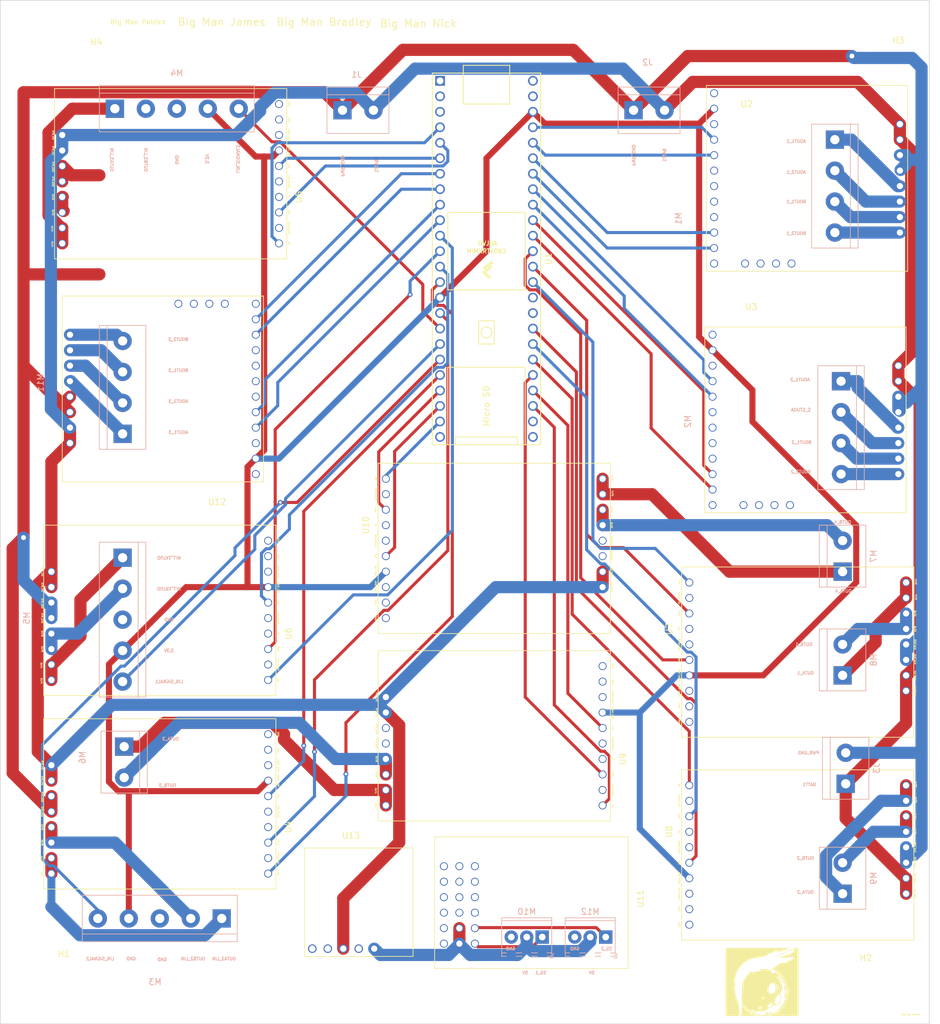
<source format=kicad_pcb>
(kicad_pcb (version 20211014) (generator pcbnew)
  (layers (0 "F.Cu" signal) (31 "B.Cu" signal) (34 "B.Paste" user) (35 "F.Paste" user) (36 "B.SilkS" user "B.Silkscreen") (37 "F.SilkS" user "F.Silkscreen") (38 "B.Mask" user) (39 "F.Mask" user) (44 "Edge.Cuts" user))
  (net 0 "")
  (net 1 "GND")
  (net 2 "STEP_1")
  (net 3 "DIR_1")
  (net 4 "SLEEP_1")
  (net 5 "RESET_1")
  (net 6 "STEP_2")
  (net 7 "DIR_2")
  (net 8 "SLEEP_2")
  (net 9 "RESET_2")
  (net 10 "INA_1")
  (net 11 "PWM_1")
  (net 12 "INB_1")
  (net 13 "INB_7")
  (net 14 "INA_7")
  (net 15 "PWM_7")
  (net 16 "LIN_SIGNAL3")
  (net 17 "PWM_2")
  (net 18 "INB_2")
  (net 19 "INA_3")
  (net 20 "PWM_3")
  (net 21 "INB_3")
  (net 22 "INA_4")
  (net 23 "INB_4")
  (net 24 "PWM_4")
  (net 25 "INB_6")
  (net 26 "INA_6")
  (net 27 "INB_5")
  (net 28 "INA_2")
  (net 29 "PWM_5")
  (net 30 "INA_5")
  (net 31 "LIN_SIGNAL2")
  (net 32 "LIN_SIGNAL1")
  (net 33 "PWM_6")
  (net 34 "BOUT2_1")
  (net 35 "Battery1_Positive24V")
  (net 36 "BOUT1_1")
  (net 37 "AOUT2_1")
  (net 38 "AOUT1_1")
  (net 39 "Battery_Neg")
  (net 40 "AOUT1_2")
  (net 41 "AOUT2_2")
  (net 42 "BOUT1_2")
  (net 43 "BOUT2_2")
  (net 44 "OUTB2_LIN")
  (net 45 "OUTA2_LIN")
  (net 46 "OUTA3_LIN")
  (net 47 "OUTB3_LIN")
  (net 48 "OUTA1_LIN")
  (net 49 "OUTB1_LIN")
  (net 50 "OUTB_1")
  (net 51 "OUTB_2")
  (net 52 "OUTB_3")
  (net 53 "OUTB_4")
  (net 54 "OUTA_3")
  (net 55 "OUTA_4")
  (net 56 "OUTA_1")
  (net 57 "OUTA_2")
  (net 58 "STEP_3")
  (net 59 "DIR_3")
  (net 60 "SLEEP_3")
  (net 61 "RESET_3")
  (net 62 "AOUT1_3")
  (net 63 "AOUT2_3")
  (net 64 "BOUT1_3")
  (net 65 "BOUT2_3")
  (net 66 "SS_1")
  (net 67 "SS_2")
  (net 68 "+5V")
  (net 69 "3.3V")
  (footprint "Custom Footprints:Teensy41" (layer "F.Cu") (at 519.43 347.218 -90)
    (fp_text reference "U1")
    (fp_text value "Teensy4.1")
  )
  (footprint "Custom Footprints:StepperMotorDriver" (layer "F.Cu") (at 562.864 359.664)
    (fp_text reference "U3")
    (fp_text value "36v4SMD")
  )
  (footprint "Custom Footprints:DCMotorDriver" (layer "F.Cu") (at 487.426 440.436 -90)
    (fp_text reference "U4")
    (fp_text value "VNH52019")
  )
  (footprint "Custom Footprints:DCMotorDriver" (layer "F.Cu") (at 489.204 337.058 -90)
    (fp_text reference "U5")
    (fp_text value "VNH52019")
  )
  (footprint "Custom Footprints:DCMotorDriver" (layer "F.Cu") (at 487.426 408.686 -90)
    (fp_text reference "U6")
    (fp_text value "VNH52019")
  )
  (footprint "Custom Footprints:DCMotorDriver" (layer "F.Cu") (at 548.894 407.924 90)
    (fp_text reference "U7")
    (fp_text value "VNH52019")
  )
  (footprint "Custom Footprints:DCMotorDriver" (layer "F.Cu") (at 548.894 441.198 90)
    (fp_text reference "U8")
    (fp_text value "VNH52019")
  )
  (footprint "Custom Footprints:DCMotorDriver" (layer "F.Cu") (at 542.29 429.26 -90)
    (fp_text reference "U9")
    (fp_text value "VNH52019")
  )
  (footprint "Custom Footprints:DCMotorDriver" (layer "F.Cu") (at 499.11 390.906 90)
    (fp_text reference "U10")
    (fp_text value "VNH52019")
  )
  (footprint "Custom Footprints:StepperMotorDriver" (layer "F.Cu") (at 563.118 320.04)
    (fp_text reference "U2")
    (fp_text value "36v4SMD")
  )
  (footprint "Custom Footprints:StepperMotorDriver" (layer "F.Cu") (at 475.234 382.524 180)
    (fp_text reference "U12")
    (fp_text value "36v4SMD")
  )
  (footprint "Custom Footprints:ServoMotorDriver" (layer "F.Cu") (at 545.215 452.18 -90)
    (fp_text reference "U11")
    (fp_text value "ServoDriver")
  )
  (footprint "Custom Footprints:D24V22F5" (layer "F.Cu") (at 497.205 441.325)
    (fp_text reference "U13")
    (fp_text value "D24V22F5")
  )
  (footprint "MountingHole:MountingHole_3.2mm_M3" (layer "F.Cu") (at 450.088 466.09)
    (fp_text reference "H1")
    (fp_text value "MountingHole")
  )
  (footprint "MountingHole:MountingHole_3.2mm_M3" (layer "F.Cu") (at 581.66 466.09)
    (fp_text reference "H2")
    (fp_text value "MountingHole")
  )
  (footprint "MountingHole:MountingHole_3.2mm_M3" (layer "F.Cu") (at 581.66 311.404)
    (fp_text reference "H3")
    (fp_text value "MountingHole")
  )
  (footprint "MountingHole:MountingHole_3.2mm_M3" (layer "F.Cu") (at 450.088 311.404)
    (fp_text reference "H4")
    (fp_text value "MountingHole")
  )
  (footprint "Custom Footprints:Aggreggator" (layer "F.Cu") (at 564.642 465.836)
    (fp_text reference "G***" hide)
    (fp_text value "LOGO" hide)
  )
  (footprint "TerminalBlock:TerminalBlock_bornier-2_P5.08mm" (layer "B.Cu") (at 578.358 433.324 90)
    (fp_text reference "J3")
    (fp_text value "Intel_Buck_Converter_Input")
  )
  (footprint "TerminalBlock:TerminalBlock_bornier-4_P5.08mm" (layer "B.Cu") (at 576.58 327.66 -90)
    (fp_text reference "M1")
    (fp_text value "Stepper_Motor_bipolar")
  )
  (footprint "TerminalBlock:TerminalBlock_bornier-4_P5.08mm" (layer "B.Cu") (at 577.596 367.284 -90)
    (fp_text reference "M2")
    (fp_text value "Stepper_Motor_bipolar")
  )
  (footprint "TerminalBlock:TerminalBlock_bornier-5_P5.08mm" (layer "B.Cu") (at 475.996 455.422 180)
    (fp_text reference "M3")
    (fp_text value "LinActuator12V")
  )
  (footprint "TerminalBlock:TerminalBlock_bornier-5_P5.08mm" (layer "B.Cu") (at 458.47 322.58)
    (fp_text reference "M4")
    (fp_text value "LinActuator12V")
  )
  (footprint "TerminalBlock:TerminalBlock_bornier-5_P5.08mm" (layer "B.Cu") (at 459.74 396.24 -90)
    (fp_text reference "M5")
    (fp_text value "LinActuator12V")
  )
  (footprint "TerminalBlock:TerminalBlock_bornier-2_P5.08mm" (layer "B.Cu") (at 459.994 427.228 -90)
    (fp_text reference "M6")
    (fp_text value "Motor_DC")
  )
  (footprint "TerminalBlock:TerminalBlock_bornier-2_P5.08mm" (layer "B.Cu") (at 577.85 398.526 90)
    (fp_text reference "M7")
    (fp_text value "Motor_DC")
  )
  (footprint "TerminalBlock:TerminalBlock_bornier-2_P5.08mm" (layer "B.Cu") (at 577.85 415.544 90)
    (fp_text reference "M8")
    (fp_text value "Motor_DC")
  )
  (footprint "TerminalBlock:TerminalBlock_bornier-2_P5.08mm" (layer "B.Cu") (at 577.85 451.358 90)
    (fp_text reference "M9")
    (fp_text value "Motor_DC")
  )
  (footprint "TerminalBlock:TerminalBlock_bornier-4_P5.08mm" (layer "B.Cu") (at 459.74 375.92 90)
    (fp_text reference "M11")
    (fp_text value "Stepper_Motor_bipolar")
  )
  (footprint "TerminalBlock:TerminalBlock_bornier-2_P5.08mm" (layer "B.Cu") (at 495.808 322.834)
    (fp_text reference "J1")
    (fp_text value "WattMeter1_Output")
  )
  (footprint "TerminalBlock:TerminalBlock_bornier-2_P5.08mm" (layer "B.Cu") (at 543.56 322.834)
    (fp_text reference "J2")
    (fp_text value "WattMeter2_Output")
  )
  (footprint "Custom Footprints:TerminalBlock_2.54_1x03_P2.54mm_Horizontal" (layer "B.Cu") (at 528.574 458.47 180)
    (fp_text reference "M10")
    (fp_text value "Motor_Servo")
  )
  (footprint "Custom Footprints:TerminalBlock_2.54_1x03_P2.54mm_Horizontal" (layer "B.Cu") (at 538.988 458.47 180)
    (fp_text reference "M12")
    (fp_text value "Motor_Servo")
  )
  (gr_line (start 439.674 472.694) (end 439.674 304.8) (layer "Edge.Cuts") (width 0.1))
  (gr_line (start 592.074 304.8) (end 592.074 472.694) (layer "Edge.Cuts") (width 0.1))
  (gr_line (start 439.674 304.8) (end 592.074 304.8) (layer "Edge.Cuts") (width 0.1))
  (gr_line (start 592.074 472.694) (end 439.674 472.694) (layer "Edge.Cuts") (width 0.1))
  (gr_text "BOUT2_3" (at 468.884 360.426) (layer "B.SilkS") (effects (font (size 0.5 0.5) (thickness 0.12)) (justify mirror)))
  (gr_text "BOUT1_1" (at 570.23 337.82) (layer "B.SilkS") (effects (font (size 0.5 0.5) (thickness 0.12)) (justify mirror)))
  (gr_text "AOUT2_1" (at 570.23 332.994) (layer "B.SilkS") (effects (font (size 0.5 0.5) (thickness 0.12)) (justify mirror)))
  (gr_text "BOUT2_1" (at 570.23 343.027) (layer "B.SilkS") (effects (font (size 0.5 0.5) (thickness 0.12)) (justify mirror)))
  (gr_text "AOUT1_1\n" (at 570.23 327.914) (layer "B.SilkS") (effects (font (size 0.5 0.5) (thickness 0.12)) (justify mirror)))
  (gr_text "AOUT1_2\n" (at 570.865 367.03) (layer "B.SilkS") (effects (font (size 0.5 0.5) (thickness 0.12)) (justify mirror)))
  (gr_text "BOUT2_2" (at 570.992 382.143) (layer "B.SilkS") (effects (font (size 0.5 0.5) (thickness 0.12)) (justify mirror)))
  (gr_text "AOUT2_2" (at 570.992 371.983) (layer "B.SilkS") (effects (font (size 0.5 0.5) (thickness 0.12))))
  (gr_text "BOUT1_2" (at 571.119 377.317) (layer "B.SilkS") (effects (font (size 0.5 0.5) (thickness 0.12)) (justify mirror)))
  (gr_text "BATT1" (at 501.396 331.978 90) (layer "B.SilkS") (effects (font (size 0.5 0.5) (thickness 0.12)) (justify mirror)))
  (gr_text "OUTB2_LIN" (at 471.297 462.026) (layer "B.SilkS") (effects (font (size 0.5 0.5) (thickness 0.12)) (justify mirror)))
  (gr_text "LIN_SIGNAL2" (at 456.057 462.026) (layer "B.SilkS") (effects (font (size 0.5 0.5) (thickness 0.12)) (justify mirror)))
  (gr_text "SS_2" (at 539.115 460.375) (layer "B.SilkS") (effects (font (size 0.5 0.5) (thickness 0.12)) (justify mirror)))
  (gr_text "GND" (at 468.63 330.962 270) (layer "B.SilkS") (effects (font (size 0.5 0.5) (thickness 0.12)) (justify mirror)))
  (gr_text "PWR_GND" (at 495.808 331.978 270) (layer "B.SilkS") (effects (font (size 0.5 0.5) (thickness 0.12)) (justify mirror)))
  (gr_text "BATT1" (at 572.389 433.451) (layer "B.SilkS") (effects (font (size 0.5 0.5) (thickness 0.12)) (justify mirror)))
  (gr_text "AOUT2_3" (at 468.884 370.586) (layer "B.SilkS") (effects (font (size 0.5 0.5) (thickness 0.12)) (justify mirror)))
  (gr_text "PWR_GND" (at 572.262 428.244) (layer "B.SilkS") (effects (font (size 0.5 0.5) (thickness 0.12)) (justify mirror)))
  (gr_text "BOUT1_3" (at 468.884 365.506) (layer "B.SilkS") (effects (font (size 0.5 0.5) (thickness 0.12)) (justify mirror)))
  (gr_text "OUTA1_LIN" (at 467.36 396.24 180) (layer "B.SilkS") (effects (font (size 0.5 0.5) (thickness 0.12)) (justify mirror)))
  (gr_text "GND" (at 466.217 462.153) (layer "B.SilkS") (effects (font (size 0.5 0.5) (thickness 0.12)) (justify mirror)))
  (gr_text "GND" (at 461.137 462.026) (layer "B.SilkS") (effects (font (size 0.5 0.5) (thickness 0.12)) (justify mirror)))
  (gr_text "OUTA_1" (at 571.754 415.163) (layer "B.SilkS") (effects (font (size 0.5 0.5) (thickness 0.12)) (justify mirror)))
  (gr_text "LIN_SIGNAL3" (at 478.663 330.835 270) (layer "B.SilkS") (effects (font (size 0.5 0.5) (thickness 0.12)) (justify mirror)))
  (gr_text "OUTA2_LIN" (at 476.377 462.026) (layer "B.SilkS") (effects (font (size 0.5 0.5) (thickness 0.12)) (justify mirror)))
  (gr_text "OUTA_4" (at 577.977 401.701) (layer "B.SilkS") (effects (font (size 0.5 0.5) (thickness 0.12)) (justify mirror)))
  (gr_text "OUTA_3" (at 467.614 425.958) (layer "B.SilkS") (effects (font (size 0.5 0.5) (thickness 0.12)) (justify mirror)))
  (gr_text "5V" (at 525.78 464.312) (layer "B.SilkS") (effects (font (size 0.5 0.5) (thickness 0.12)) (justify mirror)))
  (gr_text "BATT1" (at 548.64 330.2 90) (layer "B.SilkS") (effects (font (size 0.5 0.5) (thickness 0.12)) (justify mirror)))
  (gr_text "OUTA3_LIN" (at 457.962 330.962 270) (layer "B.SilkS") (effects (font (size 0.5 0.5) (thickness 0.12)) (justify mirror)))
  (gr_text "OUTB_2" (at 571.754 445.516) (layer "B.SilkS") (effects (font (size 0.5 0.5) (thickness 0.12)) (justify mirror)))
  (gr_text "GND" (at 467.36 406.4) (layer "B.SilkS") (effects (font (size 0.5 0.5) (thickness 0.12)) (justify mirror)))
  (gr_text "LIN_SIGNAL1" (at 467.36 416.56) (layer "B.SilkS") (effects (font (size 0.5 0.5) (thickness 0.12)) (justify mirror)))
  (gr_text "GND" (at 523.367 460.375) (layer "B.SilkS") (effects (font (size 0.5 0.5) (thickness 0.12)) (justify mirror)))
  (gr_text "OUTB_4" (at 577.85 390.398) (layer "B.SilkS") (effects (font (size 0.5 0.5) (thickness 0.12)) (justify mirror)))
  (gr_text "SS_1" (at 528.32 464.312) (layer "B.SilkS") (effects (font (size 0.5 0.5) (thickness 0.12)) (justify mirror)))
  (gr_text "OUTB3_LIN" (at 463.55 330.962 270) (layer "B.SilkS") (effects (font (size 0.5 0.5) (thickness 0.12)) (justify mirror)))
  (gr_text "PWR_GND" (at 543.56 330.2 270) (layer "B.SilkS") (effects (font (size 0.5 0.5) (thickness 0.12)) (justify mirror)))
  (gr_text "3.3V" (at 467.36 411.48) (layer "B.SilkS") (effects (font (size 0.5 0.5) (thickness 0.12)) (justify mirror)))
  (gr_text "OUTB1_LIN" (at 467.36 401.32 180) (layer "B.SilkS") (effects (font (size 0.5 0.5) (thickness 0.12)) (justify mirror)))
  (gr_text "5V" (at 536.702 464.312) (layer "B.SilkS") (effects (font (size 0.5 0.5) (thickness 0.12)) (justify mirror)))
  (gr_text "AOUT1_3" (at 468.884 375.666) (layer "B.SilkS") (effects (font (size 0.5 0.5) (thickness 0.12)) (justify mirror)))
  (gr_text "OUTA_2" (at 571.754 451.104) (layer "B.SilkS") (effects (font (size 0.5 0.5) (thickness 0.12)) (justify mirror)))
  (gr_text "GND" (at 533.908 460.375) (layer "B.SilkS") (effects (font (size 0.5 0.5) (thickness 0.12)) (justify mirror)))
  (gr_text "OUTB_1" (at 571.5 410.464) (layer "B.SilkS") (effects (font (size 0.5 0.5) (thickness 0.12)) (justify mirror)))
  (gr_text "OUTB_3" (at 467.106 433.578) (layer "B.SilkS") (effects (font (size 0.5 0.5) (thickness 0.12)) (justify mirror)))
  (gr_text "3.3V" (at 473.583 330.835 270) (layer "B.SilkS") (effects (font (size 0.5 0.5) (thickness 0.12)) (justify mirror)))
  (gr_text "Big Man Sophia" (at 589.026 471.17) (layer "F.SilkS") (effects (font (size 0.25 0.25) (thickness 0.0625))))
  (gr_text "Big Man Bradley" (at 492.76 308.356) (layer "F.SilkS") (effects (font (size 1.25 1.25))))
  (gr_text "Big Man James" (at 475.996 308.356) (layer "F.SilkS") (effects (font (size 1.25 1.25))))
  (gr_text "Big Man Patrick" (at 462.28 308.356) (layer "F.SilkS") (effects (font (size 0.75 0.75) (thickness 0.125))))
  (gr_text "Big Man Nick" (at 508.254 308.61) (layer "F.SilkS") (effects (font (size 1.25 1.25))))
  (segment (start 554.736 325.628) (end 556.768 327.66) (width 0.5) (layer "B.Cu") (net 2))
  (segment (start 527.05 325.628) (end 554.736 325.628) (width 0.5) (layer "B.Cu") (net 2))
  (segment (start 529.082 330.2) (end 556.768 330.2) (width 0.5) (layer "B.Cu") (net 3))
  (segment (start 527.05 328.168) (end 529.082 330.2) (width 0.5) (layer "B.Cu") (net 3))
  (segment (start 539.242 342.9) (end 556.768 342.9) (width 0.5) (layer "B.Cu") (net 4))
  (segment (start 527.05 330.708) (end 539.242 342.9) (width 0.5) (layer "B.Cu") (net 4))
  (segment (start 539.242 345.44) (end 556.768 345.44) (width 0.5) (layer "B.Cu") (net 5))
  (segment (start 527.05 333.248) (end 539.242 345.44) (width 0.5) (layer "B.Cu") (net 5))
  (segment (start 555.074 365.844) (end 556.514 367.284) (width 0.5) (layer "B.Cu") (net 6))
  (segment (start 555.074 363.812) (end 555.074 365.844) (width 0.5) (layer "B.Cu") (net 6))
  (segment (start 527.05 335.788) (end 555.074 363.812) (width 0.5) (layer "B.Cu") (net 6))
  (segment (start 527.05 338.328) (end 542.026 353.304) (width 0.5) (layer "B.Cu") (net 7))
  (segment (start 542.026 353.304) (end 542.026 355.336) (width 0.5) (layer "B.Cu") (net 7))
  (segment (start 542.026 355.336) (end 556.514 369.824) (width 0.5) (layer "B.Cu") (net 7))
  (segment (start 555.074 381.084) (end 556.514 382.524) (width 0.5) (layer "F.Cu") (net 8))
  (segment (start 527.05 340.868) (end 555.074 368.892) (width 0.5) (layer "F.Cu") (net 8))
  (segment (start 555.074 368.892) (end 555.074 381.084) (width 0.5) (layer "F.Cu") (net 8))
  (segment (start 546.437 362.795) (end 546.437 374.987) (width 0.5) (layer "F.Cu") (net 9))
  (segment (start 527.05 343.408) (end 546.437 362.795) (width 0.5) (layer "F.Cu") (net 9))
  (segment (start 546.437 374.987) (end 556.514 385.064) (width 0.5) (layer "F.Cu") (net 9))
  (segment (start 536.89 393.416) (end 538.19 394.716) (width 0.5) (layer "B.Cu") (net 10))
  (segment (start 547.116 394.716) (end 552.704 400.304) (width 0.5) (layer "B.Cu") (net 10))
  (segment (start 536.89 360.868) (end 536.89 393.416) (width 0.5) (layer "B.Cu") (net 10))
  (segment (start 538.19 394.716) (end 547.116 394.716) (width 0.5) (layer "B.Cu") (net 10))
  (segment (start 527.05 351.028) (end 536.89 360.868) (width 0.5) (layer "B.Cu") (net 10))
  (segment (start 541.899 394.579) (end 552.704 405.384) (width 0.5) (layer "F.Cu") (net 11))
  (segment (start 538.055 394.579) (end 541.899 394.579) (width 0.5) (layer "F.Cu") (net 11))
  (segment (start 527.05 348.488) (end 535.866 357.304) (width 0.5) (layer "F.Cu") (net 11))
  (segment (start 535.866 392.39) (end 538.055 394.579) (width 0.5) (layer "F.Cu") (net 11))
  (segment (start 535.866 357.304) (end 535.866 392.39) (width 0.5) (layer "F.Cu") (net 11))
  (segment (start 527.05 345.948) (end 525.781 347.217) (width 0.5) (layer "F.Cu") (net 12))
  (segment (start 534.883 359.548) (end 534.883 399.527) (width 0.5) (layer "F.Cu") (net 12))
  (segment (start 525.781 351.558) (end 526.522 352.298) (width 0.5) (layer "F.Cu") (net 12))
  (segment (start 534.883 399.527) (end 548.36 413.004) (width 0.5) (layer "F.Cu") (net 12))
  (segment (start 548.36 413.004) (end 552.704 413.004) (width 0.5) (layer "F.Cu") (net 12))
  (segment (start 525.781 347.217) (end 525.781 351.558) (width 0.5) (layer "F.Cu") (net 12))
  (segment (start 526.522 352.298) (end 527.633 352.298) (width 0.5) (layer "F.Cu") (net 12))
  (segment (start 527.633 352.298) (end 534.883 359.548) (width 0.5) (layer "F.Cu") (net 12))
  (segment (start 511.81 330.708) (end 486.664 330.708) (width 0.5) (layer "B.Cu") (net 13))
  (segment (start 486.664 330.708) (end 485.394 331.978) (width 0.5) (layer "B.Cu") (net 13))
  (segment (start 511.81 325.628) (end 509.27 328.168) (width 0.5) (layer "B.Cu") (net 14))
  (segment (start 485.108 328.168) (end 484.243 329.033) (width 0.5) (layer "B.Cu") (net 14))
  (segment (start 484.243 329.033) (end 484.243 343.527) (width 0.5) (layer "B.Cu") (net 14))
  (segment (start 484.243 343.527) (end 485.394 344.678) (width 0.5) (layer "B.Cu") (net 14))
  (segment (start 509.27 328.168) (end 485.108 328.168) (width 0.5) (layer "B.Cu") (net 14))
  (segment (start 513.09 331.205) (end 512.317 331.978) (width 0.5) (layer "B.Cu") (net 15))
  (segment (start 512.317 331.978) (end 493.014 331.978) (width 0.5) (layer "B.Cu") (net 15))
  (segment (start 511.81 328.168) (end 513.09 329.448) (width 0.5) (layer "B.Cu") (net 15))
  (segment (start 513.09 329.448) (end 513.09 331.205) (width 0.5) (layer "B.Cu") (net 15))
  (segment (start 493.014 331.978) (end 485.394 339.598) (width 0.5) (layer "B.Cu") (net 15))
  (segment (start 484.223 328.013) (end 485.573 328.013) (width 0.5) (layer "F.Cu") (net 16))
  (segment (start 478.79 322.58) (end 484.223 328.013) (width 0.5) (layer "F.Cu") (net 16))
  (segment (start 508.985 351.424) (end 508.985 355.823) (width 0.5) (layer "F.Cu") (net 16))
  (segment (start 508.985 355.823) (end 511.81 358.648) (width 0.5) (layer "F.Cu") (net 16))
  (segment (start 485.573 328.013) (end 508.985 351.424) (width 0.5) (layer "F.Cu") (net 16))
  (segment (start 527.05 361.188) (end 535.856 369.994) (width 0.5) (layer "B.Cu") (net 17))
  (segment (start 535.856 394.931) (end 538.181 397.256) (width 0.5) (layer "B.Cu") (net 17))
  (segment (start 552.391 411.734) (end 553.012 411.734) (width 0.5) (layer "B.Cu") (net 17))
  (segment (start 553.808 412.53) (end 553.808 437.554) (width 0.5) (layer "B.Cu") (net 17))
  (segment (start 553.808 437.554) (end 552.704 438.658) (width 0.5) (layer "B.Cu") (net 17))
  (segment (start 553.012 411.734) (end 553.808 412.53) (width 0.5) (layer "B.Cu") (net 17))
  (segment (start 535.856 369.994) (end 535.856 394.931) (width 0.5) (layer "B.Cu") (net 17))
  (segment (start 538.181 397.256) (end 538.793 397.256) (width 0.5) (layer "B.Cu") (net 17))
  (segment (start 548.935 408.278) (end 552.391 411.734) (width 0.5) (layer "B.Cu") (net 17))
  (segment (start 538.793 397.256) (end 548.935 407.398) (width 0.5) (layer "B.Cu") (net 17))
  (segment (start 548.935 407.398) (end 548.935 408.278) (width 0.5) (layer "B.Cu") (net 17))
  (segment (start 553.806 420.153) (end 553.806 445.176) (width 0.5) (layer "F.Cu") (net 18))
  (segment (start 553.007 419.354) (end 553.806 420.153) (width 0.5) (layer "F.Cu") (net 18))
  (segment (start 552.386 419.354) (end 553.007 419.354) (width 0.5) (layer "F.Cu") (net 18))
  (segment (start 534.182 401.15) (end 552.386 419.354) (width 0.5) (layer "F.Cu") (net 18))
  (segment (start 527.05 358.648) (end 534.182 365.78) (width 0.5) (layer "F.Cu") (net 18))
  (segment (start 534.182 365.78) (end 534.182 401.15) (width 0.5) (layer "F.Cu") (net 18))
  (segment (start 553.806 445.176) (end 552.704 446.278) (width 0.5) (layer "F.Cu") (net 18))
  (segment (start 539.582 428.789) (end 539.582 435.778) (width 0.5) (layer "F.Cu") (net 19))
  (segment (start 527.05 371.348) (end 530.555 374.853) (width 0.5) (layer "F.Cu") (net 19))
  (segment (start 538.783 427.99) (end 539.582 428.789) (width 0.5) (layer "F.Cu") (net 19))
  (segment (start 538.163 427.99) (end 538.783 427.99) (width 0.5) (layer "F.Cu") (net 19))
  (segment (start 530.555 374.853) (end 530.555 420.382) (width 0.5) (layer "F.Cu") (net 19))
  (segment (start 530.555 420.382) (end 538.163 427.99) (width 0.5) (layer "F.Cu") (net 19))
  (segment (start 539.582 435.778) (end 538.48 436.88) (width 0.5) (layer "F.Cu") (net 19))
  (segment (start 525.783 419.103) (end 538.48 431.8) (width 0.5) (layer "F.Cu") (net 20))
  (segment (start 527.05 366.268) (end 525.783 367.535) (width 0.5) (layer "F.Cu") (net 20))
  (segment (start 525.783 367.535) (end 525.783 419.103) (width 0.5) (layer "F.Cu") (net 20))
  (segment (start 532.782 418.482) (end 538.48 424.18) (width 0.5) (layer "F.Cu") (net 21))
  (segment (start 527.05 368.808) (end 532.782 374.54) (width 0.5) (layer "F.Cu") (net 21))
  (segment (start 532.782 374.54) (end 532.782 418.482) (width 0.5) (layer "F.Cu") (net 21))
  (segment (start 502.92 382.778) (end 502.92 383.286) (width 0.5) (layer "B.Cu") (net 22))
  (segment (start 511.81 373.888) (end 502.92 382.778) (width 0.5) (layer "B.Cu") (net 22))
  (segment (start 504.36 394.546) (end 502.92 395.986) (width 0.5) (layer "F.Cu") (net 23))
  (segment (start 504.36 378.798) (end 504.36 394.546) (width 0.5) (layer "F.Cu") (net 23))
  (segment (start 511.81 371.348) (end 504.36 378.798) (width 0.5) (layer "F.Cu") (net 23))
  (segment (start 501.75 387.196) (end 502.92 388.366) (width 0.5) (layer "F.Cu") (net 24))
  (segment (start 501.75 378.868) (end 501.75 387.196) (width 0.5) (layer "F.Cu") (net 24))
  (segment (start 511.81 368.808) (end 501.75 378.868) (width 0.5) (layer "F.Cu") (net 24))
  (segment (start 489.455 388.623) (end 489.455 427.076) (width 0.5) (layer "F.Cu") (net 25))
  (segment (start 511.81 366.268) (end 489.455 388.623) (width 0.5) (layer "F.Cu") (net 25))
  (via (at 489.455 427.076) (size 0.8) (drill 0.4) (layers "F.Cu" "B.Cu") (net 25))
  (segment (start 489.455 429.517) (end 483.616 435.356) (width 0.5) (layer "B.Cu") (net 25))
  (segment (start 489.455 427.076) (end 489.455 429.517) (width 0.5) (layer "B.Cu") (net 25))
  (segment (start 513.821 356.289) (end 513.821 405.862) (width 0.5) (layer "F.Cu") (net 26))
  (segment (start 511.81 351.028) (end 510.549 352.289) (width 0.5) (layer "F.Cu") (net 26))
  (segment (start 510.549 354.079) (end 511.307 354.838) (width 0.5) (layer "F.Cu") (net 26))
  (segment (start 510.549 352.289) (end 510.549 354.079) (width 0.5) (layer "F.Cu") (net 26))
  (segment (start 513.821 405.862) (end 496.376 423.307) (width 0.5) (layer "F.Cu") (net 26))
  (segment (start 496.376 423.307) (end 496.376 431.736) (width 0.5) (layer "F.Cu") (net 26))
  (segment (start 512.37 354.838) (end 513.821 356.289) (width 0.5) (layer "F.Cu") (net 26))
  (segment (start 511.307 354.838) (end 512.37 354.838) (width 0.5) (layer "F.Cu") (net 26))
  (via (at 496.376 431.736) (size 0.8) (drill 0.4) (layers "F.Cu" "B.Cu") (net 26))
  (segment (start 496.376 431.736) (end 496.376 435.296) (width 0.5) (layer "B.Cu") (net 26))
  (segment (start 496.376 435.296) (end 483.616 448.056) (width 0.5) (layer "B.Cu") (net 26))
  (segment (start 487.104 389.205) (end 487.104 391.548) (width 0.5) (layer "B.Cu") (net 27))
  (segment (start 483.255 394.775) (end 482.514 395.517) (width 0.5) (layer "B.Cu") (net 27))
  (segment (start 487.104 391.548) (end 483.878 394.775) (width 0.5) (layer "B.Cu") (net 27))
  (segment (start 482.514 395.517) (end 482.514 402.504) (width 0.5) (layer "B.Cu") (net 27))
  (segment (start 511.312 364.998) (end 487.104 389.205) (width 0.5) (layer "B.Cu") (net 27))
  (segment (start 511.81 348.488) (end 513.079 349.757) (width 0.5) (layer "B.Cu") (net 27))
  (segment (start 482.514 402.504) (end 483.616 403.606) (width 0.5) (layer "B.Cu") (net 27))
  (segment (start 512.348 364.998) (end 511.312 364.998) (width 0.5) (layer "B.Cu") (net 27))
  (segment (start 513.079 349.757) (end 513.079 364.267) (width 0.5) (layer "B.Cu") (net 27))
  (segment (start 483.878 394.775) (end 483.255 394.775) (width 0.5) (layer "B.Cu") (net 27))
  (segment (start 513.079 364.267) (end 512.348 364.998) (width 0.5) (layer "B.Cu") (net 27))
  (segment (start 533.482 370.16) (end 533.482 405.498) (width 0.5) (layer "F.Cu") (net 28))
  (segment (start 527.05 363.728) (end 533.482 370.16) (width 0.5) (layer "F.Cu") (net 28))
  (segment (start 533.482 405.498) (end 552.704 424.72) (width 0.5) (layer "F.Cu") (net 28))
  (segment (start 552.704 424.72) (end 552.704 433.578) (width 0.5) (layer "F.Cu") (net 28))
  (segment (start 484.767 375.207) (end 484.767 410.075) (width 0.5) (layer "F.Cu") (net 29))
  (segment (start 506.899 353.075) (end 484.767 375.207) (width 0.5) (layer "F.Cu") (net 29))
  (segment (start 484.767 410.075) (end 483.616 411.226) (width 0.5) (layer "F.Cu") (net 29))
  (via (at 506.899 353.075) (size 0.8) (drill 0.4) (layers "F.Cu" "B.Cu") (net 29))
  (segment (start 506.899 350.859) (end 506.899 353.075) (width 0.5) (layer "B.Cu") (net 29))
  (segment (start 511.81 345.948) (end 506.899 350.859) (width 0.5) (layer "B.Cu") (net 29))
  (segment (start 511.81 343.408) (end 513.823 345.421) (width 0.5) (layer "B.Cu") (net 30))
  (segment (start 513.823 391.734) (end 503.221 402.336) (width 0.5) (layer "B.Cu") (net 30))
  (segment (start 497.586 402.336) (end 483.616 416.306) (width 0.5) (layer "B.Cu") (net 30))
  (segment (start 513.823 345.421) (end 513.823 391.734) (width 0.5) (layer "B.Cu") (net 30))
  (segment (start 503.221 402.336) (end 497.586 402.336) (width 0.5) (layer "B.Cu") (net 30))
  (segment (start 488.361 387.177) (end 511.81 363.728) (width 0.5) (layer "F.Cu") (net 31))
  (segment (start 485.618 387.177) (end 488.361 387.177) (width 0.5) (layer "F.Cu") (net 31))
  (via (at 485.618 387.177) (size 0.8) (drill 0.4) (layers "F.Cu" "B.Cu") (net 31))
  (segment (start 447.731 446.786) (end 446.584 445.639) (width 0.5) (layer "B.Cu") (net 31))
  (segment (start 448.407 446.786) (end 447.731 446.786) (width 0.5) (layer "B.Cu") (net 31))
  (segment (start 478.174 395.889) (end 478.174 394.62) (width 0.5) (layer "B.Cu") (net 31))
  (segment (start 446.584 426.92) (end 459.484 414.02) (width 0.5) (layer "B.Cu") (net 31))
  (segment (start 460.043 414.02) (end 478.174 395.889) (width 0.5) (layer "B.Cu") (net 31))
  (segment (start 455.676 455.422) (end 455.676 454.055) (width 0.5) (layer "B.Cu") (net 31))
  (segment (start 455.676 454.055) (end 448.407 446.786) (width 0.5) (layer "B.Cu") (net 31))
  (segment (start 459.484 414.02) (end 460.043 414.02) (width 0.5) (layer "B.Cu") (net 31))
  (segment (start 478.174 394.62) (end 485.618 387.177) (width 0.5) (layer "B.Cu") (net 31))
  (segment (start 446.584 445.639) (end 446.584 426.92) (width 0.5) (layer "B.Cu") (net 31))
  (segment (start 459.74 416.56) (end 481.424 394.876) (width 0.5) (layer "B.Cu") (net 32))
  (segment (start 486.468 386.53) (end 511.81 361.188) (width 0.5) (layer "B.Cu") (net 32))
  (segment (start 486.468 387.529) (end 486.468 386.53) (width 0.5) (layer "B.Cu") (net 32))
  (segment (start 481.424 394.876) (end 481.424 392.573) (width 0.5) (layer "B.Cu") (net 32))
  (segment (start 481.424 392.573) (end 486.468 387.529) (width 0.5) (layer "B.Cu") (net 32))
  (segment (start 503.282 404.876) (end 502.602 404.876) (width 0.5) (layer "F.Cu") (net 33))
  (segment (start 491.213 416.265) (end 491.213 428.075) (width 0.5) (layer "F.Cu") (net 33))
  (segment (start 511.81 356.108) (end 513.096 357.394) (width 0.5) (layer "F.Cu") (net 33))
  (segment (start 513.096 357.394) (end 513.096 395.062) (width 0.5) (layer "F.Cu") (net 33))
  (segment (start 513.096 395.062) (end 503.282 404.876) (width 0.5) (layer "F.Cu") (net 33))
  (segment (start 502.602 404.876) (end 491.213 416.265) (width 0.5) (layer "F.Cu") (net 33))
  (via (at 491.213 428.075) (size 0.8) (drill 0.4) (layers "F.Cu" "B.Cu") (net 33))
  (segment (start 491.213 435.379) (end 483.616 442.976) (width 0.5) (layer "B.Cu") (net 33))
  (segment (start 491.213 428.075) (end 491.213 435.379) (width 0.5) (layer "B.Cu") (net 33))
  (segment (start 576.58 342.9) (end 587.248 342.9) (width 2) (layer "B.Cu") (net 34))
  (segment (start 502.92 421.64) (end 503.035 421.64) (width 2) (layer "F.Cu") (net 35))
  (segment (start 588.264 415.544) (end 588.264 418.084) (width 2) (layer "F.Cu") (net 35))
  (segment (start 587.248 327.66) (end 587.327 327.66) (width 2) (layer "F.Cu") (net 35))
  (segment (start 445.823 400.617) (end 445.823 428.043) (width 2) (layer "F.Cu") (net 35))
  (segment (start 589.102 362.636) (end 586.994 364.744) (width 2) (layer "F.Cu") (net 35))
  (segment (start 448.056 401.066) (end 448.056 398.526) (width 2) (layer "F.Cu") (net 35))
  (segment (start 587.248 327.66) (end 587.248 325.12) (width 2) (layer "F.Cu") (net 35))
  (segment (start 588.264 418.084) (end 588.264 423.418) (width 2) (layer "F.Cu") (net 35))
  (segment (start 505.12 442.93) (end 495.935 452.115) (width 2) (layer "F.Cu") (net 35))
  (segment (start 590.484 370.682) (end 587.086 367.284) (width 2) (layer "F.Cu") (net 35))
  (segment (start 447.914 398.526) (end 445.823 400.617) (width 2) (layer "F.Cu") (net 35))
  (segment (start 588.264 423.418) (end 578.358 433.324) (width 2) (layer "F.Cu") (net 35))
  (segment (start 587.248 325.12) (end 580.316 318.188) (width 2) (layer "F.Cu") (net 35))
  (segment (start 578.358 438.991) (end 578.358 433.324) (width 2) (layer "F.Cu") (net 35))
  (segment (start 587.327 327.66) (end 589.102 329.434) (width 2) (layer "F.Cu") (net 35))
  (segment (start 588.264 415.544) (end 588.343 415.544) (width 2) (layer "F.Cu") (net 35))
  (segment (start 588.185 448.818) (end 578.358 438.991) (width 2) (layer "F.Cu") (net 35))
  (segment (start 538.48 398.526) (end 538.48 401.066) (width 2) (layer "F.Cu") (net 35))
  (segment (start 505.12 423.725) (end 505.12 442.93) (width 2) (layer "F.Cu") (net 35))
  (segment (start 448.056 398.526) (end 448.056 380.492) (width 2) (layer "F.Cu") (net 35))
  (segment (start 495.935 452.115) (end 495.935 460.375) (width 2) (layer "F.Cu") (net 35))
  (segment (start 451.104 374.904) (end 451.104 377.444) (width 2) (layer "F.Cu") (net 35))
  (segment (start 448.056 430.276) (end 448.056 432.816) (width 2) (layer "F.Cu") (net 35))
  (segment (start 588.264 448.818) (end 588.185 448.818) (width 2) (layer "F.Cu") (net 35))
  (segment (start 590.484 413.403) (end 590.484 370.682) (width 2) (layer "F.Cu") (net 35))
  (segment (start 586.994 364.744) (end 586.994 367.284) (width 2) (layer "F.Cu") (net 35))
  (segment (start 589.102 329.434) (end 589.102 362.636) (width 2) (layer "F.Cu") (net 35))
  (segment (start 580.316 318.188) (end 553.286 318.188) (width 2) (layer "F.Cu") (net 35))
  (segment (start 588.343 415.544) (end 590.484 413.403) (width 2) (layer "F.Cu") (net 35))
  (segment (start 553.286 318.188) (end 548.64 322.834) (width 2) (layer "F.Cu") (net 35))
  (segment (start 448.056 398.526) (end 447.914 398.526) (width 2) (layer "F.Cu") (net 35))
  (segment (start 587.086 367.284) (end 586.994 367.284) (width 2) (layer "F.Cu") (net 35))
  (segment (start 445.823 428.043) (end 448.056 430.276) (width 2) (layer "F.Cu") (net 35))
  (segment (start 448.056 380.492) (end 451.104 377.444) (width 2) (layer "F.Cu") (net 35))
  (segment (start 588.264 448.818) (end 588.264 451.358) (width 2) (layer "F.Cu") (net 35))
  (segment (start 503.035 421.64) (end 505.12 423.725) (width 2) (layer "F.Cu") (net 35))
  (segment (start 484.645 319.948) (end 482.3 322.294) (width 2) (layer "B.Cu") (net 35))
  (segment (start 451.024 374.904) (end 451.104 374.904) (width 2) (layer "B.Cu") (net 35))
  (segment (start 498.002 319.948) (end 484.645 319.948) (width 2) (layer "B.Cu") (net 35))
  (segment (start 520.954 401.066) (end 538.48 401.066) (width 2) (layer "B.Cu") (net 35))
  (segment (start 447.976 371.857) (end 451.024 374.904) (width 2) (layer "B.Cu") (net 35))
  (segment (start 448.056 430.276) (end 457.962 420.37) (width 2) (layer "B.Cu") (net 35))
  (segment (start 478.349 326.898) (end 449.834 326.898) (width 2) (layer "B.Cu") (net 35))
  (segment (start 482.3 322.947) (end 478.349 326.898) (width 2) (layer "B.Cu") (net 35))
  (segment (start 548.64 322.834) (end 541.814 316.008) (width 2) (layer "B.Cu") (net 35))
  (segment (start 449.755 329.438) (end 447.976 331.216) (width 2) (layer "B.Cu") (net 35))
  (segment (start 541.814 316.008) (end 507.714 316.008) (width 2) (layer "B.Cu") (net 35))
  (segment (start 457.962 420.37) (end 501.65 420.37) (width 2) (layer "B.Cu") (net 35))
  (segment (start 482.3 322.294) (end 482.3 322.947) (width 2) (layer "B.Cu") (net 35))
  (segment (start 449.834 329.438) (end 449.755 329.438) (width 2) (layer "B.Cu") (net 35))
  (segment (start 507.714 316.008) (end 500.888 322.834) (width 2) (layer "B.Cu") (net 35))
  (segment (start 502.92 419.1) (end 520.954 401.066) (width 2) (layer "B.Cu") (net 35))
  (segment (start 501.65 420.37) (end 502.92 421.64) (width 2) (layer "B.Cu") (net 35))
  (segment (start 500.888 322.834) (end 498.002 319.948) (width 2) (layer "B.Cu") (net 35))
  (segment (start 449.834 326.898) (end 449.834 329.438) (width 2) (layer "B.Cu") (net 35))
  (segment (start 501.65 420.37) (end 502.92 419.1) (width 2) (layer "B.Cu") (net 35))
  (segment (start 447.976 331.216) (end 447.976 371.857) (width 2) (layer "B.Cu") (net 35))
  (segment (start 576.58 337.82) (end 579.12 340.36) (width 2) (layer "B.Cu") (net 36))
  (segment (start 579.12 340.36) (end 587.248 340.36) (width 2) (layer "B.Cu") (net 36))
  (segment (start 576.58 332.74) (end 581.66 337.82) (width 2) (layer "B.Cu") (net 37))
  (segment (start 581.66 337.82) (end 587.248 337.82) (width 2) (layer "B.Cu") (net 37))
  (segment (start 576.58 327.66) (end 579.28 327.66) (width 2) (layer "B.Cu") (net 38))
  (segment (start 579.28 327.66) (end 586.9 335.28) (width 2) (layer "B.Cu") (net 38))
  (segment (start 586.9 335.28) (end 587.248 335.28) (width 2) (layer "B.Cu") (net 38))
  (segment (start 449.707 370.967) (end 451.104 372.364) (width 2) (layer "F.Cu") (net 39))
  (segment (start 448.056 435.356) (end 448.056 437.896) (width 2) (layer "F.Cu") (net 39))
  (segment (start 441.706 431.546) (end 448.056 437.896) (width 2) (layer "F.Cu") (net 39))
  (segment (start 495.808 322.834) (end 492.854489 319.880489) (width 2) (layer "F.Cu") (net 39))
  (segment (start 451.358 333.502) (end 449.834 331.978) (width 2) (layer "F.Cu") (net 39))
  (segment (start 533.654 312.928) (end 543.56 322.834) (width 2) (layer "F.Cu") (net 39))
  (segment (start 495.808 322.834) (end 505.714 312.928) (width 2) (layer "F.Cu") (net 39))
  (segment (start 455.93 333.502) (end 451.358 333.502) (width 2) (layer "F.Cu") (net 39))
  (segment (start 449.961 370.967) (end 451.104 369.824) (width 2) (layer "F.Cu") (net 39))
  (segment (start 441.706 394.716) (end 441.706 431.546) (width 2) (layer "F.Cu") (net 39))
  (segment (start 443.484 364.744) (end 443.484 392.938) (width 2) (layer "F.Cu") (net 39))
  (segment (start 443.484 349.758) (end 455.93 349.758) (width 2) (layer "F.Cu") (net 39))
  (segment (start 443.484 364.744) (end 449.707 370.967) (width 2) (layer "F.Cu") (net 39))
  (segment (start 443.484 349.758) (end 443.484 364.744) (width 2) (layer "F.Cu") (net 39))
  (segment (start 543.56 322.834) (end 552.45 313.944) (width 2) (layer "F.Cu") (net 39))
  (segment (start 505.714 312.928) (end 533.654 312.928) (width 2) (layer "F.Cu") (net 39))
  (segment (start 443.484 319.880489) (end 443.484 349.758) (width 2) (layer "F.Cu") (net 39))
  (segment (start 449.834 334.518) (end 449.834 331.978) (width 2) (layer "F.Cu") (net 39))
  (segment (start 492.854489 319.880489) (end 443.484 319.880489) (width 2) (layer "F.Cu") (net 39))
  (segment (start 449.707 370.967) (end 449.961 370.967) (width 2) (layer "F.Cu") (net 39))
  (segment (start 443.484 392.938) (end 441.706 394.716) (width 2) (layer "F.Cu") (net 39))
  (segment (start 552.45 313.944) (end 579.374 313.944) (width 2) (layer "F.Cu") (net 39))
  (via (at 443.484 392.938) (size 1.2) (drill 0.8) (layers "F.Cu" "B.Cu") (net 39))
  (via (at 579.374 313.944) (size 1.2) (drill 0.8) (layers "F.Cu" "B.Cu") (net 39))
  (segment (start 588.167238 330.2) (end 587.248 330.2) (width 2) (layer "B.Cu") (net 39))
  (segment (start 589.224479 314.253521) (end 590.804 315.833042) (width 2) (layer "B.Cu") (net 39))
  (segment (start 588.264 411.48) (end 588.264 410.464) (width 2) (layer "B.Cu") (net 39))
  (segment (start 578.358 428.244) (end 590.804 428.244) (width 2) (layer "B.Cu") (net 39))
  (segment (start 590.804 408.94) (end 590.804 368.3) (width 2) (layer "B.Cu") (net 39))
  (segment (start 590.804 443.738) (end 590.804 428.244) (width 2) (layer "B.Cu") (net 39))
  (segment (start 588.264 413.004) (end 588.264 411.48) (width 2) (layer "B.Cu") (net 39))
  (segment (start 447.136762 403.606) (end 448.056 403.606) (width 2) (layer "B.Cu") (net 39))
  (segment (start 586.994 369.824) (end 586.994 371.904408) (width 2) (layer "B.Cu") (net 39))
  (segment (start 448.056 406.146) (end 448.056 403.606) (width 2) (layer "B.Cu") (net 39))
  (segment (start 590.55 330.962) (end 589.28 330.962) (width 2) (layer "B.Cu") (net 39))
  (segment (start 579.683521 314.253521) (end 589.224479 314.253521) (width 2) (layer "B.Cu") (net 39))
  (segment (start 590.804 315.833042) (end 590.804 330.708) (width 2) (layer "B.Cu") (net 39))
  (segment (start 579.374 313.944) (end 579.683521 314.253521) (width 2) (layer "B.Cu") (net 39))
  (segment (start 590.804 330.708) (end 590.804 368.3) (width 2) (layer "B.Cu") (net 39))
  (segment (start 589.534 445.008) (end 590.804 443.738) (width 2) (layer "B.Cu") (net 39))
  (segment (start 590.804 428.244) (end 590.804 408.94) (width 2) (layer "B.Cu") (net 39))
  (segment (start 443.484 392.938) (end 443.484 399.953238) (width 2) (layer "B.Cu") (net 39))
  (segment (start 588.167238 330.2) (end 588.167238 331.820762) (width 2) (layer "B.Cu") (net 39))
  (segment (start 588.167238 331.820762) (end 587.359296 332.628704) (width 2) (layer "B.Cu") (net 39))
  (segment (start 588.264 446.278) (end 588.264 445.008) (width 2) (layer "B.Cu") (net 39))
  (segment (start 588.264 445.008) (end 589.534 445.008) (width 2) (layer "B.Cu") (net 39))
  (segment (start 443.484 399.953238) (end 447.136762 403.606) (width 2) (layer "B.Cu") (net 39))
  (segment (start 590.804 368.3) (end 588.264 370.84) (width 2) (layer "B.Cu") (net 39))
  (segment (start 588.264 445.008) (end 588.264 443.738) (width 2) (layer "B.Cu") (net 39))
  (segment (start 588.264 411.48) (end 590.804 408.94) (width 2) (layer "B.Cu") (net 39))
  (segment (start 586.994 371.904408) (end 587.223796 372.134204) (width 2) (layer "B.Cu") (net 39))
  (segment (start 590.804 330.708) (end 590.55 330.962) (width 2) (layer "B.Cu") (net 39))
  (segment (start 577.596 367.284) (end 580.296 367.284) (width 2) (layer "B.Cu") (net 40))
  (segment (start 586.883 374.904) (end 586.994 374.904) (width 2) (layer "B.Cu") (net 40))
  (segment (start 580.296 367.284) (end 580.296 368.317) (width 2) (layer "B.Cu") (net 40))
  (segment (start 580.296 368.317) (end 586.883 374.904) (width 2) (layer "B.Cu") (net 40))
  (segment (start 577.596 372.364) (end 582.676 377.444) (width 2) (layer "B.Cu") (net 41))
  (segment (start 582.676 377.444) (end 586.994 377.444) (width 2) (layer "B.Cu") (net 41))
  (segment (start 580.136 379.984) (end 586.994 379.984) (width 2) (layer "B.Cu") (net 42))
  (segment (start 577.596 377.444) (end 580.136 379.984) (width 2) (layer "B.Cu") (net 42))
  (segment (start 577.596 382.524) (end 586.994 382.524) (width 2) (layer "B.Cu") (net 43))
  (segment (start 448.056 442.976) (end 448.056 440.436) (width 2) (layer "F.Cu") (net 44))
  (segment (start 470.916 455.422) (end 458.47 442.976) (width 2) (layer "B.Cu") (net 44))
  (segment (start 458.47 442.976) (end 448.056 442.976) (width 2) (layer "B.Cu") (net 44))
  (segment (start 448.056 445.516) (end 448.056 448.056) (width 2) (layer "F.Cu") (net 45))
  (segment (start 452.708 458.164) (end 448.056 453.512) (width 2) (layer "B.Cu") (net 45))
  (segment (start 473.254 458.164) (end 452.708 458.164) (width 2) (layer "B.Cu") (net 45))
  (segment (start 475.996 455.422) (end 473.254 458.164) (width 2) (layer "B.Cu") (net 45))
  (segment (start 448.056 453.512) (end 448.056 448.056) (width 1.2998) (layer "B.Cu") (net 45))
  (segment (start 458.47 322.58) (end 451.501 322.58) (width 2) (layer "F.Cu") (net 46))
  (segment (start 447.591 340.076) (end 449.653 342.138) (width 2) (layer "F.Cu") (net 46))
  (segment (start 447.591 326.49) (end 447.591 340.076) (width 2) (layer "F.Cu") (net 46))
  (segment (start 451.501 322.58) (end 447.591 326.49) (width 2) (layer "F.Cu") (net 46))
  (segment (start 449.834 342.138) (end 449.834 344.678) (width 2) (layer "F.Cu") (net 46))
  (segment (start 449.653 342.138) (end 449.834 342.138) (width 2) (layer "F.Cu") (net 46))
  (segment (start 449.918 337.058) (end 449.834 337.058) (width 2) (layer "F.Cu") (net 47))
  (segment (start 449.834 339.126) (end 449.834 337.058) (width 2) (layer "F.Cu") (net 47))
  (segment (start 450.07 339.362) (end 449.834 339.598) (width 1.2998) (layer "F.Cu") (net 47))
  (segment (start 450.07 339.362) (end 449.834 339.126) (width 2) (layer "F.Cu") (net 47))
  (segment (start 448.056 413.766) (end 448.056 416.306) (width 2) (layer "F.Cu") (net 48))
  (segment (start 459.74 396.24) (end 452.819 403.161) (width 2) (layer "F.Cu") (net 48))
  (segment (start 452.819 403.161) (end 452.819 409.131) (width 2) (layer "F.Cu") (net 48))
  (segment (start 448.183 413.766) (end 448.056 413.766) (width 2) (layer "F.Cu") (net 48))
  (segment (start 452.819 409.131) (end 448.183 413.766) (width 2) (layer "F.Cu") (net 48))
  (segment (start 459.74 401.32) (end 452.374 408.686) (width 2) (layer "B.Cu") (net 49))
  (segment (start 452.374 408.686) (end 448.056 408.686) (width 2) (layer "B.Cu") (net 49))
  (segment (start 448.056 408.686) (end 448.056 411.226) (width 2) (layer "B.Cu") (net 49))
  (segment (start 580.39 407.924) (end 588.264 407.924) (width 2) (layer "B.Cu") (net 50))
  (segment (start 588.264 407.924) (end 588.264 405.384) (width 2) (layer "B.Cu") (net 50))
  (segment (start 577.85 410.464) (end 580.39 407.924) (width 2) (layer "B.Cu") (net 50))
  (segment (start 588.264 438.658) (end 588.264 441.198) (width 2) (layer "F.Cu") (net 51))
  (segment (start 582.93 441.198) (end 588.264 441.198) (width 2) (layer "B.Cu") (net 51))
  (segment (start 577.85 446.278) (end 582.93 441.198) (width 2) (layer "B.Cu") (net 51))
  (segment (start 502.92 431.8) (end 502.92 429.26) (width 2) (layer "F.Cu") (net 52))
  (segment (start 468.979 423.323) (end 459.994 432.308) (width 2) (layer "B.Cu") (net 52))
  (segment (start 502.92 429.26) (end 494.662 429.26) (width 2) (layer "B.Cu") (net 52))
  (segment (start 494.662 429.26) (end 488.725 423.323) (width 2) (layer "B.Cu") (net 52))
  (segment (start 488.725 423.323) (end 468.979 423.323) (width 2) (layer "B.Cu") (net 52))
  (segment (start 538.48 390.906) (end 538.48 388.366) (width 2) (layer "F.Cu") (net 53))
  (segment (start 575.31 390.906) (end 538.48 390.906) (width 2) (layer "B.Cu") (net 53))
  (segment (start 577.85 393.446) (end 575.31 390.906) (width 2) (layer "B.Cu") (net 53))
  (segment (start 462.694 427.228) (end 466.591 423.332) (width 2) (layer "F.Cu") (net 54))
  (segment (start 494.456 434.34) (end 502.92 434.34) (width 2) (layer "F.Cu") (net 54))
  (segment (start 484.387 423.332) (end 486.215 425.16) (width 2) (layer "F.Cu") (net 54))
  (segment (start 502.92 434.34) (end 502.92 436.88) (width 2) (layer "F.Cu") (net 54))
  (segment (start 486.215 425.16) (end 486.215 426.099) (width 2) (layer "F.Cu") (net 54))
  (segment (start 486.215 426.099) (end 494.456 434.34) (width 2) (layer "F.Cu") (net 54))
  (segment (start 459.994 427.228) (end 462.694 427.228) (width 2) (layer "F.Cu") (net 54))
  (segment (start 466.591 423.332) (end 484.387 423.332) (width 2) (layer "F.Cu") (net 54))
  (segment (start 577.85 398.526) (end 559.288 398.526) (width 2) (layer "F.Cu") (net 55))
  (segment (start 546.588 385.826) (end 538.48 385.826) (width 2) (layer "F.Cu") (net 55))
  (segment (start 559.288 398.526) (end 546.588 385.826) (width 2) (layer "F.Cu") (net 55))
  (segment (start 538.48 385.826) (end 538.48 383.286) (width 2) (layer "F.Cu") (net 55))
  (segment (start 583.268 407.706) (end 588.129 402.844) (width 2) (layer "F.Cu") (net 56))
  (segment (start 588.264 402.844) (end 588.264 400.304) (width 2) (layer "F.Cu") (net 56))
  (segment (start 588.129 402.844) (end 588.264 402.844) (width 2) (layer "F.Cu") (net 56))
  (segment (start 583.268 410.126) (end 583.268 407.706) (width 2) (layer "F.Cu") (net 56))
  (segment (start 577.85 415.544) (end 583.268 410.126) (width 2) (layer "F.Cu") (net 56))
  (segment (start 588.264 436.118) (end 588.264 433.578) (width 2) (layer "F.Cu") (net 57))
  (segment (start 584.159 436.118) (end 588.264 436.118) (width 2) (layer "B.Cu") (net 57))
  (segment (start 575.146 448.654) (end 575.146 445.131) (width 2) (layer "B.Cu") (net 57))
  (segment (start 575.146 445.131) (end 584.159 436.118) (width 2) (layer "B.Cu") (net 57))
  (segment (start 577.85 451.358) (end 575.146 448.654) (width 2) (layer "B.Cu") (net 57))
  (segment (start 511.81 340.868) (end 485.185 367.493) (width 0.5) (layer "B.Cu") (net 58))
  (segment (start 485.185 367.493) (end 485.185 371.303) (width 0.5) (layer "B.Cu") (net 58))
  (segment (start 485.185 371.303) (end 481.584 374.904) (width 0.5) (layer "B.Cu") (net 58))
  (segment (start 483.024 370.924) (end 481.584 372.364) (width 0.5) (layer "B.Cu") (net 59))
  (segment (start 483.024 367.114) (end 483.024 370.924) (width 0.5) (layer "B.Cu") (net 59))
  (segment (start 511.81 338.328) (end 483.024 367.114) (width 0.5) (layer "B.Cu") (net 59))
  (segment (start 505.46 335.788) (end 481.584 359.664) (width 0.5) (layer "B.Cu") (net 60))
  (segment (start 511.81 335.788) (end 505.46 335.788) (width 0.5) (layer "B.Cu") (net 60))
  (segment (start 505.46 333.248) (end 481.584 357.124) (width 0.5) (layer "B.Cu") (net 61))
  (segment (start 511.81 333.248) (end 505.46 333.248) (width 0.5) (layer "B.Cu") (net 61))
  (segment (start 459.74 375.92) (end 459.74 375.797) (width 2) (layer "B.Cu") (net 62))
  (segment (start 451.227 367.284) (end 451.104 367.284) (width 2) (layer "B.Cu") (net 62))
  (segment (start 459.74 375.797) (end 451.227 367.284) (width 2) (layer "B.Cu") (net 62))
  (segment (start 453.644 364.744) (end 451.104 364.744) (width 2) (layer "B.Cu") (net 63))
  (segment (start 459.74 370.84) (end 453.644 364.744) (width 2) (layer "B.Cu") (net 63))
  (segment (start 459.74 365.76) (end 456.184 362.204) (width 2) (layer "B.Cu") (net 64))
  (segment (start 456.184 362.204) (end 451.104 362.204) (width 2) (layer "B.Cu") (net 64))
  (segment (start 458.724 359.664) (end 451.104 359.664) (width 2) (layer "B.Cu") (net 65))
  (segment (start 459.74 360.68) (end 458.724 359.664) (width 2) (layer "B.Cu") (net 65))
  (segment (start 528.574 458.47) (end 526.99 460.054) (width 0.5) (layer "F.Cu") (net 66))
  (segment (start 518.028 460.054) (end 517.525 459.55) (width 0.5) (layer "F.Cu") (net 66))
  (segment (start 526.99 460.054) (end 518.028 460.054) (width 0.5) (layer "F.Cu") (net 66))
  (segment (start 537.438 456.92) (end 517.615 456.92) (width 0.5) (layer "F.Cu") (net 67))
  (segment (start 538.988 458.47) (end 537.438 456.92) (width 0.5) (layer "F.Cu") (net 67))
  (segment (start 517.615 456.92) (end 517.525 457.01) (width 0.5) (layer "F.Cu") (net 67))
  (segment (start 514.985 459.55) (end 514.985 457.01) (width 2) (layer "F.Cu") (net 68))
  (segment (start 526.034 459.887) (end 526.034 458.47) (width 2) (layer "B.Cu") (net 68))
  (segment (start 516.742 461.4) (end 514.985 459.644) (width 2) (layer "B.Cu") (net 68))
  (segment (start 526.918 460.77) (end 526.034 459.887) (width 2) (layer "B.Cu") (net 68))
  (segment (start 513.226 461.403) (end 514.985 459.644) (width 2) (layer "B.Cu") (net 68))
  (segment (start 526.034 459.887) (end 524.52 461.4) (width 2) (layer "B.Cu") (net 68))
  (segment (start 524.52 461.4) (end 516.742 461.4) (width 2) (layer "B.Cu") (net 68))
  (segment (start 514.985 459.644) (end 514.985 459.55) (width 2) (layer "B.Cu") (net 68))
  (segment (start 536.448 458.47) (end 536.448 459.189) (width 2) (layer "B.Cu") (net 68))
  (segment (start 534.867 460.77) (end 526.918 460.77) (width 2) (layer "B.Cu") (net 68))
  (segment (start 501.015 460.375) (end 502.043 461.403) (width 2) (layer "B.Cu") (net 68))
  (segment (start 536.448 459.189) (end 534.867 460.77) (width 2) (layer "B.Cu") (net 68))
  (segment (start 502.043 461.403) (end 513.226 461.403) (width 2) (layer "B.Cu") (net 68))
  (segment (start 484.402 330.43) (end 485.394 329.438) (width 1) (layer "F.Cu") (net 69))
  (segment (start 481.584 379.984) (end 482.967 378.601) (width 1) (layer "F.Cu") (net 69))
  (segment (start 519.43 345.948) (end 519.43 330.708) (width 1) (layer "F.Cu") (net 69))
  (segment (start 470.154 401.066) (end 459.74 411.48) (width 1) (layer "F.Cu") (net 69))
  (segment (start 564.823 415.544) (end 580.09 400.277) (width 1) (layer "F.Cu") (net 69))
  (segment (start 554.314 360.004) (end 554.314 325.034) (width 1) (layer "F.Cu") (net 69))
  (segment (start 519.43 330.708) (end 527.05 323.088) (width 1) (layer "F.Cu") (net 69))
  (segment (start 460.756 434.537) (end 460.756 455.422) (width 1) (layer "F.Cu") (net 69))
  (segment (start 480.225 381.343) (end 481.584 379.984) (width 1) (layer "F.Cu") (net 69))
  (segment (start 481.895 434.537) (end 483.616 432.816) (width 1) (layer "F.Cu") (net 69))
  (segment (start 480.225 401.066) (end 480.225 381.343) (width 1) (layer "F.Cu") (net 69))
  (segment (start 459.025 434.537) (end 460.756 434.537) (width 1) (layer "F.Cu") (net 69))
  (segment (start 554.314 325.034) (end 556.768 322.58) (width 1) (layer "F.Cu") (net 69))
  (segment (start 527.05 323.088) (end 528.996 325.034) (width 1) (layer "F.Cu") (net 69))
  (segment (start 459.74 411.48) (end 457.498 413.722) (width 1) (layer "F.Cu") (net 69))
  (segment (start 580.09 400.277) (end 580.09 390.948) (width 1) (layer "F.Cu") (net 69))
  (segment (start 473.71 322.58) (end 481.56 330.43) (width 1) (layer "F.Cu") (net 69))
  (segment (start 563.058 368.748) (end 556.514 362.204) (width 1) (layer "F.Cu") (net 69))
  (segment (start 480.225 401.066) (end 470.154 401.066) (width 1) (layer "F.Cu") (net 69))
  (segment (start 552.704 415.544) (end 564.823 415.544) (width 1) (layer "F.Cu") (net 69))
  (segment (start 457.498 433.01) (end 459.025 434.537) (width 1) (layer "F.Cu") (net 69))
  (segment (start 556.514 362.204) (end 554.314 360.004) (width 1) (layer "F.Cu") (net 69))
  (segment (start 460.756 434.537) (end 481.895 434.537) (width 1) (layer "F.Cu") (net 69))
  (segment (start 482.967 330.43) (end 484.402 330.43) (width 1) (layer "F.Cu") (net 69))
  (segment (start 482.967 378.601) (end 482.967 330.43) (width 1) (layer "F.Cu") (net 69))
  (segment (start 457.498 413.722) (end 457.498 433.01) (width 1) (layer "F.Cu") (net 69))
  (segment (start 580.09 390.948) (end 563.058 373.916) (width 1) (layer "F.Cu") (net 69))
  (segment (start 480.225 401.066) (end 483.616 401.066) (width 1) (layer "F.Cu") (net 69))
  (segment (start 481.56 330.43) (end 482.967 330.43) (width 1) (layer "F.Cu") (net 69))
  (segment (start 563.058 373.916) (end 563.058 368.748) (width 1) (layer "F.Cu") (net 69))
  (segment (start 511.81 353.568) (end 519.43 345.948) (width 1) (layer "F.Cu") (net 69))
  (segment (start 528.996 325.034) (end 554.314 325.034) (width 1) (layer "F.Cu") (net 69))
  (segment (start 544.576 440.69) (end 544.576 421.64) (width 1) (layer "B.Cu") (net 69))
  (segment (start 552.704 448.818) (end 544.576 440.69) (width 1) (layer "B.Cu") (net 69))
  (segment (start 500.38 401.066) (end 483.616 401.066) (width 1) (layer "B.Cu") (net 69))
  (segment (start 481.584 379.984) (end 485.394 379.984) (width 1) (layer "B.Cu") (net 69))
  (segment (start 550.672 415.544) (end 552.704 415.544) (width 1) (layer "B.Cu") (net 69))
  (segment (start 544.576 421.64) (end 550.672 415.544) (width 1) (layer "B.Cu") (net 69))
  (segment (start 485.394 379.984) (end 511.81 353.568) (width 1) (layer "B.Cu") (net 69))
  (segment (start 544.576 421.64) (end 538.48 421.64) (width 1) (layer "B.Cu") (net 69))
  (segment (start 502.92 398.526) (end 500.38 401.066) (width 1) (layer "B.Cu") (net 69))
)
</source>
